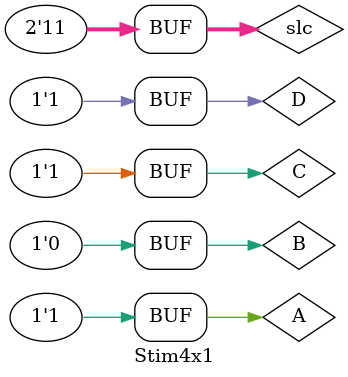
<source format=v>
module Stim4x1();
	reg A,B, C,D;
	reg [1:0] slc;
	wire out1, out2, final_out;
	Multiplexer obj(A, B, slc[0], out1);
	Multiplexer obj1(C, D, slc[0], out2);
	Multiplexer obj2(out1, out2, slc[1], final_out);

	initial 
		begin
			A=0; B=0; C=0; D=0; slc[0]=0; slc[1]=0;
			#10
			A=1; B=0; C=1; D=0; slc[0]=0; slc[1]=1;
			#10
			A=0; B=1; C=0; D=1; slc[0]=1; slc[1]=0;
			#10
			A=1; B=0; C=1; D=1; slc[0]=1; slc[1]=1;
		end
endmodule
</source>
